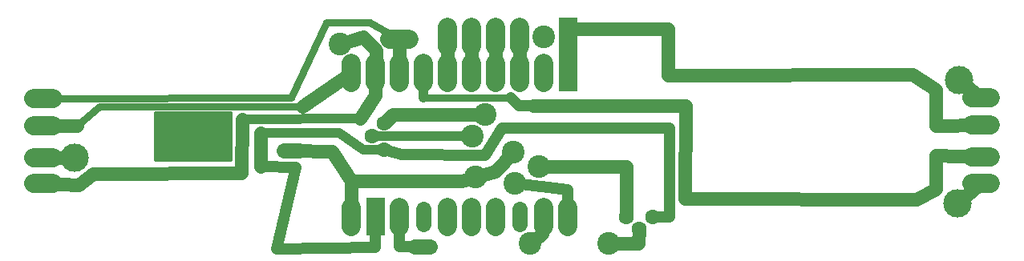
<source format=gbr>
%FSLAX34Y34*%
%MOMM*%
%LNCOPPER_BOTTOM*%
G71*
G01*
%ADD10C,2.000*%
%ADD11C,1.600*%
%ADD12C,2.400*%
%ADD13C,1.600*%
%ADD14C,1.200*%
%ADD15C,1.400*%
%ADD16C,1.000*%
%ADD17C,3.000*%
%ADD18C,0.300*%
%ADD19C,0.800*%
%LPD*%
G54D10*
X454312Y192869D02*
X454312Y212869D01*
G54D10*
X428912Y192869D02*
X428912Y212869D01*
G54D10*
X403512Y192869D02*
X403512Y212869D01*
G54D10*
X378112Y192869D02*
X378112Y212869D01*
G54D10*
X352712Y192869D02*
X352712Y212869D01*
G54D10*
X555912Y192869D02*
X555912Y212869D01*
G54D10*
X530512Y192869D02*
X530512Y212869D01*
G54D10*
X505112Y192869D02*
X505112Y212869D01*
G54D10*
X479712Y192869D02*
X479712Y212869D01*
G54D10*
X454312Y40469D02*
X454312Y60469D01*
G54D11*
X428912Y42469D02*
X428912Y58469D01*
G54D10*
X403512Y40469D02*
X403512Y60469D01*
G54D10*
X581312Y40469D02*
X581312Y60469D01*
G54D10*
X555912Y40469D02*
X555912Y60469D01*
G54D11*
X530512Y42469D02*
X530512Y58469D01*
G54D10*
X505112Y40469D02*
X505112Y60469D01*
G54D10*
X479712Y40469D02*
X479712Y60469D01*
G36*
X388112Y30469D02*
X388112Y70469D01*
X368112Y70469D01*
X368112Y30469D01*
X388112Y30469D01*
G37*
G36*
X591312Y182869D02*
X591312Y222869D01*
X571312Y222869D01*
X571312Y182869D01*
X591312Y182869D01*
G37*
X550196Y103459D02*
G54D12*
D03*
X523680Y119059D02*
G54D12*
D03*
X387080Y149558D02*
G54D13*
D03*
X374380Y135558D02*
G54D13*
D03*
X387080Y121558D02*
G54D13*
D03*
G54D14*
X525197Y85740D02*
X581025Y78978D01*
X581312Y50469D01*
G54D15*
X541328Y22216D02*
X553641Y32544D01*
X555912Y50469D01*
X642564Y50028D02*
G54D13*
D03*
X656564Y37328D02*
G54D13*
D03*
X670564Y50028D02*
G54D13*
D03*
G54D16*
X479965Y135544D02*
X374380Y135558D01*
X479965Y135544D02*
G54D12*
D03*
X525197Y85740D02*
G54D12*
D03*
X623934Y22485D02*
G54D12*
D03*
X541328Y22216D02*
G54D12*
D03*
G54D15*
X1017365Y147613D02*
X969812Y147000D01*
X969812Y185000D01*
X944812Y201000D01*
X687303Y200000D01*
X686906Y249528D01*
X580637Y249031D01*
X581312Y202869D01*
G54D15*
X27365Y147113D02*
X62925Y147113D01*
G54D15*
X352712Y202869D02*
X300712Y167100D01*
G54D15*
X623934Y22485D02*
X655812Y22319D01*
X656564Y37328D01*
X340509Y233425D02*
G54D12*
D03*
G54D15*
X340509Y233425D02*
X365509Y240569D01*
X378509Y226472D01*
X378112Y202869D01*
X60509Y113250D02*
G54D17*
D03*
X994509Y195250D02*
G54D17*
D03*
X992509Y64250D02*
G54D17*
D03*
G54D15*
X378112Y192550D02*
X378112Y179300D01*
X361950Y153988D01*
G54D15*
X550196Y103459D02*
X642541Y103584D01*
X642564Y50028D01*
G54D15*
X494140Y158668D02*
X396189Y158668D01*
X387080Y149558D01*
G54D14*
X377824Y50800D02*
X377824Y18256D01*
X273843Y16669D01*
X293687Y102394D01*
X257174Y103188D01*
G54D15*
X1017365Y113613D02*
X970062Y115250D01*
X969812Y115000D01*
X969812Y79762D01*
X949722Y68659D01*
X704850Y69453D01*
X705140Y167800D01*
X544606Y167700D01*
G54D15*
X992509Y64250D02*
X1017365Y85963D01*
G54D15*
X994509Y195250D02*
X1017365Y176263D01*
G54D10*
X1027365Y176263D02*
X1007365Y176263D01*
G54D10*
X1027365Y147613D02*
X1007365Y147613D01*
G54D10*
X1027365Y113613D02*
X1007365Y113613D01*
G54D10*
X1027365Y85963D02*
X1007365Y85963D01*
G54D10*
X37365Y175763D02*
X17365Y175763D01*
G54D10*
X37365Y147113D02*
X17365Y147113D01*
G54D10*
X37365Y113113D02*
X17365Y113113D01*
G54D10*
X37365Y85463D02*
X17365Y85463D01*
G54D10*
X352712Y60469D02*
X352712Y40469D01*
G36*
X225812Y160000D02*
X145812Y160000D01*
X145812Y110000D01*
X225812Y110000D01*
X225812Y160000D01*
G37*
G54D18*
X225812Y160000D02*
X145812Y160000D01*
X145812Y110000D01*
X225812Y110000D01*
X225812Y160000D01*
G54D19*
X300712Y167100D02*
X86412Y166800D01*
G54D15*
X26509Y113250D02*
X60509Y113250D01*
G54D19*
X288812Y176000D02*
X27365Y175763D01*
G54D19*
X288812Y176000D02*
X326231Y255588D01*
X371872Y255588D01*
X403115Y237794D01*
G54D19*
X86412Y166800D02*
X62925Y147113D01*
G54D14*
X670564Y50028D02*
X688512Y49819D01*
X688412Y144219D01*
X511571Y144066D01*
G54D15*
X352712Y50469D02*
X352712Y88675D01*
X469137Y88668D01*
X505128Y98812D01*
X523680Y119059D01*
G54D14*
X511571Y144066D02*
X494222Y115605D01*
X405606Y115888D01*
X387080Y121558D01*
G54D16*
X387080Y121558D02*
X365124Y121444D01*
X339724Y138906D01*
G54D15*
X257174Y103188D02*
X257174Y138906D01*
G54D11*
X297212Y120319D02*
X281212Y120319D01*
G54D15*
X289212Y120319D02*
X331787Y119856D01*
X352712Y88675D01*
G54D11*
X435325Y18719D02*
X419325Y18719D01*
G54D14*
X403512Y50469D02*
X403512Y18544D01*
X427325Y18719D01*
G54D15*
X27365Y85463D02*
X64412Y84100D01*
X79812Y96000D01*
X236537Y96838D01*
X237662Y153150D01*
G54D16*
X361950Y153988D02*
X237662Y153150D01*
G54D16*
X339724Y138906D02*
X257174Y138906D01*
G54D19*
X428809Y176428D02*
X520794Y176428D01*
G54D16*
X428912Y202869D02*
X428912Y176531D01*
X428809Y176428D01*
G54D14*
X544606Y167700D02*
X529522Y167700D01*
X520794Y176428D01*
G54D15*
X403512Y202869D02*
X403115Y238985D01*
G54D10*
X454312Y230969D02*
X454312Y250969D01*
G54D10*
X530512Y230969D02*
X530512Y250969D01*
G54D10*
X505112Y230969D02*
X505112Y250969D01*
G54D10*
X479712Y230969D02*
X479712Y250969D01*
G54D15*
X530512Y240969D02*
X530512Y202869D01*
G54D15*
X505112Y240969D02*
X505112Y202869D01*
G54D15*
X479712Y240969D02*
X479712Y202869D01*
G54D15*
X454312Y240969D02*
X454312Y202869D01*
X494140Y158668D02*
G54D12*
D03*
X483424Y92390D02*
G54D12*
D03*
G36*
X591312Y220969D02*
X591312Y260969D01*
X571312Y260969D01*
X571312Y220969D01*
X591312Y220969D01*
G37*
X555912Y240969D02*
G54D12*
D03*
G54D10*
X413115Y237794D02*
X393115Y237794D01*
M02*

</source>
